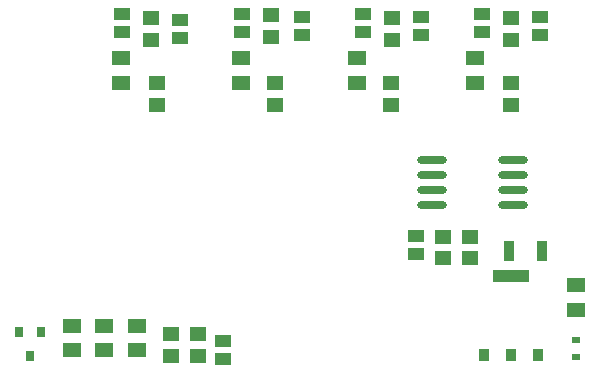
<source format=gtp>
G04*
G04 #@! TF.GenerationSoftware,Altium Limited,Altium Designer,18.1.7 (191)*
G04*
G04 Layer_Color=8421504*
%FSLAX25Y25*%
%MOIN*%
G70*
G01*
G75*
%ADD15R,0.05472X0.03898*%
%ADD16R,0.05709X0.04528*%
%ADD17R,0.05906X0.04921*%
%ADD18O,0.09843X0.02756*%
%ADD19R,0.12402X0.04331*%
%ADD20R,0.03543X0.04331*%
%ADD21R,0.03740X0.06693*%
%ADD22R,0.03150X0.02362*%
%ADD23R,0.03150X0.03543*%
D15*
X131890Y-98445D02*
D03*
Y-92500D02*
D03*
X53150Y-26594D02*
D03*
Y-20650D02*
D03*
X33622Y-24626D02*
D03*
Y-18681D02*
D03*
X67520Y-127736D02*
D03*
Y-133681D02*
D03*
X73622Y-24626D02*
D03*
Y-18681D02*
D03*
X114173Y-24626D02*
D03*
Y-18681D02*
D03*
X153622Y-24626D02*
D03*
Y-18681D02*
D03*
X93701Y-25630D02*
D03*
Y-19685D02*
D03*
X133465Y-25630D02*
D03*
Y-19685D02*
D03*
X173071Y-25630D02*
D03*
Y-19685D02*
D03*
D16*
X43307Y-20079D02*
D03*
Y-27165D02*
D03*
X45276Y-48819D02*
D03*
Y-41732D02*
D03*
X140748Y-100000D02*
D03*
Y-92913D02*
D03*
X149606Y-100000D02*
D03*
Y-92913D02*
D03*
X50197Y-125394D02*
D03*
Y-132480D02*
D03*
X59055Y-125394D02*
D03*
Y-132480D02*
D03*
X84646Y-48819D02*
D03*
Y-41732D02*
D03*
X123465Y-48819D02*
D03*
Y-41732D02*
D03*
X163386Y-48819D02*
D03*
Y-41732D02*
D03*
X83465Y-19075D02*
D03*
Y-26161D02*
D03*
X123622Y-20079D02*
D03*
Y-27165D02*
D03*
X163386Y-20079D02*
D03*
Y-27165D02*
D03*
D17*
X33465Y-33268D02*
D03*
Y-41535D02*
D03*
X27756Y-130709D02*
D03*
Y-122441D02*
D03*
X38583D02*
D03*
Y-130709D02*
D03*
X185039Y-109055D02*
D03*
Y-117323D02*
D03*
X16929Y-122441D02*
D03*
Y-130709D02*
D03*
X73465Y-33268D02*
D03*
Y-41535D02*
D03*
X112205Y-33268D02*
D03*
Y-41535D02*
D03*
X151575Y-33268D02*
D03*
Y-41535D02*
D03*
D18*
X164173Y-82303D02*
D03*
Y-77303D02*
D03*
Y-72303D02*
D03*
Y-67303D02*
D03*
X137008Y-82303D02*
D03*
Y-77303D02*
D03*
Y-72303D02*
D03*
Y-67303D02*
D03*
D19*
X163386Y-105905D02*
D03*
D20*
X172441Y-132283D02*
D03*
X163386D02*
D03*
X154331D02*
D03*
D21*
X173819Y-97441D02*
D03*
X162795D02*
D03*
D22*
X185039Y-132972D02*
D03*
Y-127264D02*
D03*
D23*
X6890Y-124606D02*
D03*
X-591D02*
D03*
X3150Y-132480D02*
D03*
M02*

</source>
